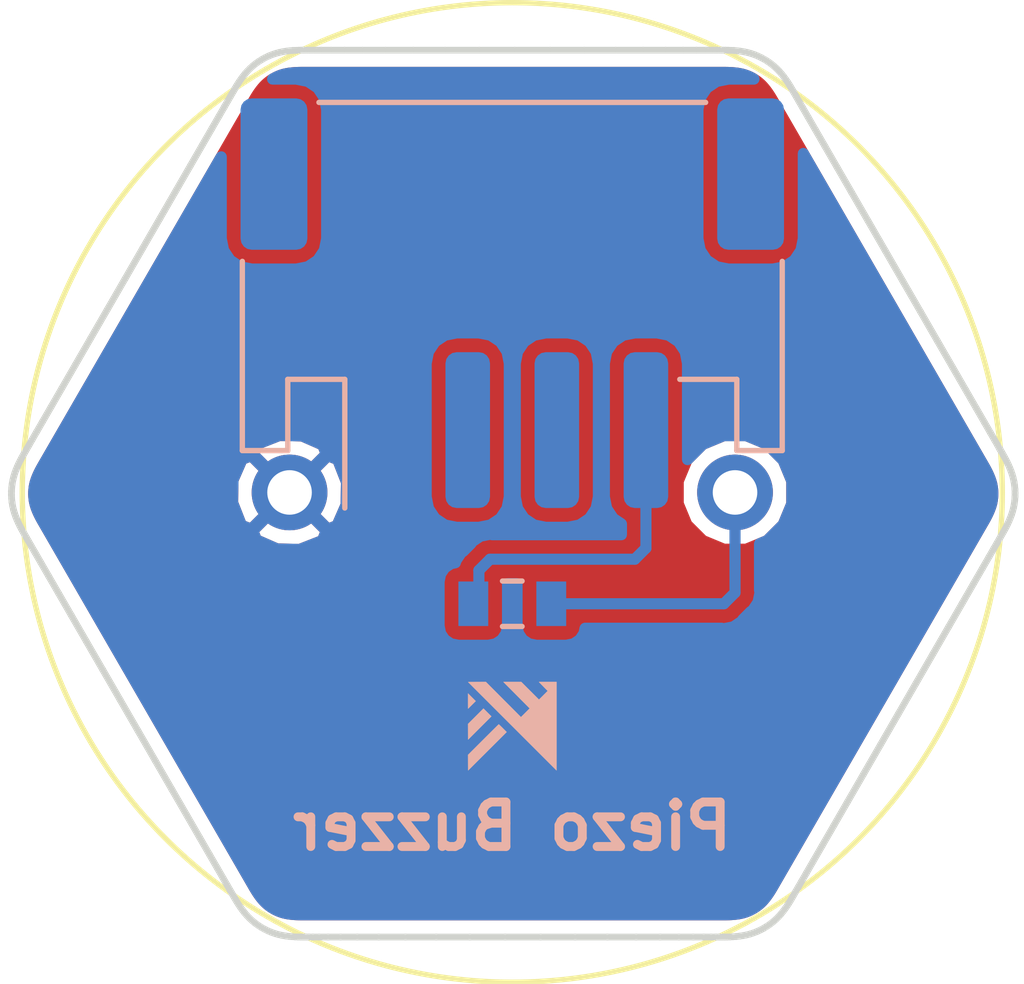
<source format=kicad_pcb>
(kicad_pcb (version 20171130) (host pcbnew 5.0.2-5.fc29)

  (general
    (thickness 1.6)
    (drawings 320)
    (tracks 12)
    (zones 0)
    (modules 4)
    (nets 6)
  )

  (page A4)
  (layers
    (0 F.Cu signal)
    (31 B.Cu signal)
    (32 B.Adhes user)
    (33 F.Adhes user)
    (34 B.Paste user)
    (35 F.Paste user)
    (36 B.SilkS user)
    (37 F.SilkS user)
    (38 B.Mask user)
    (39 F.Mask user)
    (40 Dwgs.User user)
    (41 Cmts.User user)
    (42 Eco1.User user)
    (43 Eco2.User user)
    (44 Edge.Cuts user)
    (45 Margin user)
    (46 B.CrtYd user)
    (47 F.CrtYd user)
    (48 B.Fab user hide)
    (49 F.Fab user hide)
  )

  (setup
    (last_trace_width 0.25)
    (user_trace_width 0.2)
    (user_trace_width 0.25)
    (user_trace_width 0.3)
    (user_trace_width 0.35)
    (user_trace_width 0.4)
    (trace_clearance 0.2)
    (zone_clearance 0.3)
    (zone_45_only no)
    (trace_min 0.2)
    (segment_width 0.2)
    (edge_width 0.15)
    (via_size 0.6)
    (via_drill 0.3)
    (via_min_size 0.6)
    (via_min_drill 0.3)
    (user_via 0.6 0.3)
    (uvia_size 0.3)
    (uvia_drill 0.1)
    (uvias_allowed no)
    (uvia_min_size 0.2)
    (uvia_min_drill 0.1)
    (pcb_text_width 0.3)
    (pcb_text_size 1.5 1.5)
    (mod_edge_width 0.15)
    (mod_text_size 1 1)
    (mod_text_width 0.15)
    (pad_size 1.524 1.524)
    (pad_drill 0.762)
    (pad_to_mask_clearance 0.2)
    (solder_mask_min_width 0.25)
    (aux_axis_origin 0 0)
    (visible_elements 7FFFFFFF)
    (pcbplotparams
      (layerselection 0x010fc_ffffffff)
      (usegerberextensions false)
      (usegerberattributes false)
      (usegerberadvancedattributes false)
      (creategerberjobfile false)
      (excludeedgelayer true)
      (linewidth 0.100000)
      (plotframeref false)
      (viasonmask false)
      (mode 1)
      (useauxorigin false)
      (hpglpennumber 1)
      (hpglpenspeed 20)
      (hpglpendiameter 15.000000)
      (psnegative false)
      (psa4output false)
      (plotreference true)
      (plotvalue true)
      (plotinvisibletext false)
      (padsonsilk false)
      (subtractmaskfromsilk false)
      (outputformat 1)
      (mirror false)
      (drillshape 1)
      (scaleselection 1)
      (outputdirectory ""))
  )

  (net 0 "")
  (net 1 "Net-(BZ1-Pad1)")
  (net 2 "Net-(BZ1-Pad2)")
  (net 3 "Net-(J1-Pad2)")
  (net 4 "Net-(J1-Pad3)")
  (net 5 "Net-(J1-Pad4)")

  (net_class Default "This is the default net class."
    (clearance 0.2)
    (trace_width 0.25)
    (via_dia 0.6)
    (via_drill 0.3)
    (uvia_dia 0.3)
    (uvia_drill 0.1)
    (add_net "Net-(BZ1-Pad1)")
    (add_net "Net-(BZ1-Pad2)")
    (add_net "Net-(J1-Pad2)")
    (add_net "Net-(J1-Pad3)")
    (add_net "Net-(J1-Pad4)")
  )

  (module Connector_JST:JST_PH_S4B-PH-SM4-TB_1x04-1MP_P2.00mm_Horizontal (layer B.Cu) (tedit 5C72D3C2) (tstamp 5C73303B)
    (at 131.5 95.75)
    (descr "JST PH series connector, S4B-PH-SM4-TB (http://www.jst-mfg.com/product/pdf/eng/ePH.pdf), generated with kicad-footprint-generator")
    (tags "connector JST PH top entry")
    (path /5AC8C68E)
    (attr smd)
    (fp_text reference J1 (at 0 5.8) (layer B.SilkS) hide
      (effects (font (size 1 1) (thickness 0.15)) (justify mirror))
    )
    (fp_text value Conn_01x04 (at 0 -5.8) (layer B.Fab)
      (effects (font (size 1 1) (thickness 0.15)) (justify mirror))
    )
    (fp_line (start -5.95 3.2) (end -5.15 3.2) (layer B.Fab) (width 0.1))
    (fp_line (start -5.15 3.2) (end -5.15 1.6) (layer B.Fab) (width 0.1))
    (fp_line (start -5.15 1.6) (end 5.15 1.6) (layer B.Fab) (width 0.1))
    (fp_line (start 5.15 1.6) (end 5.15 3.2) (layer B.Fab) (width 0.1))
    (fp_line (start 5.15 3.2) (end 5.95 3.2) (layer B.Fab) (width 0.1))
    (fp_line (start -6.06 -0.94) (end -6.06 3.31) (layer B.SilkS) (width 0.12))
    (fp_line (start -6.06 3.31) (end -5.04 3.31) (layer B.SilkS) (width 0.12))
    (fp_line (start -5.04 3.31) (end -5.04 1.71) (layer B.SilkS) (width 0.12))
    (fp_line (start -5.04 1.71) (end -3.76 1.71) (layer B.SilkS) (width 0.12))
    (fp_line (start -3.76 1.71) (end -3.76 4.6) (layer B.SilkS) (width 0.12))
    (fp_line (start 6.06 -0.94) (end 6.06 3.31) (layer B.SilkS) (width 0.12))
    (fp_line (start 6.06 3.31) (end 5.04 3.31) (layer B.SilkS) (width 0.12))
    (fp_line (start 5.04 3.31) (end 5.04 1.71) (layer B.SilkS) (width 0.12))
    (fp_line (start 5.04 1.71) (end 3.76 1.71) (layer B.SilkS) (width 0.12))
    (fp_line (start -4.34 -4.51) (end 4.34 -4.51) (layer B.SilkS) (width 0.12))
    (fp_line (start -5.95 -4.4) (end 5.95 -4.4) (layer B.Fab) (width 0.1))
    (fp_line (start -5.95 3.2) (end -5.95 -4.4) (layer B.Fab) (width 0.1))
    (fp_line (start 5.95 3.2) (end 5.95 -4.4) (layer B.Fab) (width 0.1))
    (fp_line (start -6.6 5.1) (end -6.6 -5.1) (layer B.CrtYd) (width 0.05))
    (fp_line (start -6.6 -5.1) (end 6.6 -5.1) (layer B.CrtYd) (width 0.05))
    (fp_line (start 6.6 -5.1) (end 6.6 5.1) (layer B.CrtYd) (width 0.05))
    (fp_line (start 6.6 5.1) (end -6.6 5.1) (layer B.CrtYd) (width 0.05))
    (fp_line (start -3.5 1.6) (end -3 0.892893) (layer B.Fab) (width 0.1))
    (fp_line (start -3 0.892893) (end -2.5 1.6) (layer B.Fab) (width 0.1))
    (fp_text user %R (at 0 -1.5) (layer B.Fab)
      (effects (font (size 1 1) (thickness 0.15)) (justify mirror))
    )
    (pad 1 smd roundrect (at -3 2.85) (size 1 3.5) (layers B.Cu B.Paste B.Mask) (roundrect_rratio 0.25)
      (net 2 "Net-(BZ1-Pad2)"))
    (pad 2 smd roundrect (at -1 2.85) (size 1 3.5) (layers B.Cu B.Paste B.Mask) (roundrect_rratio 0.25)
      (net 3 "Net-(J1-Pad2)"))
    (pad 3 smd roundrect (at 1 2.85) (size 1 3.5) (layers B.Cu B.Paste B.Mask) (roundrect_rratio 0.25)
      (net 4 "Net-(J1-Pad3)"))
    (pad 4 smd roundrect (at 3 2.85) (size 1 3.5) (layers B.Cu B.Paste B.Mask) (roundrect_rratio 0.25)
      (net 5 "Net-(J1-Pad4)"))
    (pad MP smd roundrect (at -5.35 -2.9) (size 1.5 3.4) (layers B.Cu B.Paste B.Mask) (roundrect_rratio 0.166667))
    (pad MP smd roundrect (at 5.35 -2.9) (size 1.5 3.4) (layers B.Cu B.Paste B.Mask) (roundrect_rratio 0.166667))
    (model ${KISYS3DMOD}/Connector_JST.3dshapes/JST_PH_S4B-PH-SM4-TB_1x04-1MP_P2.00mm_Horizontal.wrl
      (at (xyz 0 0 0))
      (scale (xyz 1 1 1))
      (rotate (xyz 0 0 0))
    )
  )

  (module GiraffeTech-Murata:PKM22EPPH2002-B0 (layer F.Cu) (tedit 5AC75AF7) (tstamp 5AC75DD0)
    (at 131.5 100 180)
    (path /5AC8C8C4)
    (fp_text reference BZ1 (at 0 12.5 180) (layer F.SilkS) hide
      (effects (font (size 1 1) (thickness 0.15)))
    )
    (fp_text value Buzzer (at 0 -12 180) (layer F.Fab)
      (effects (font (size 1 1) (thickness 0.15)))
    )
    (fp_circle (center 0 0) (end 11 0) (layer F.SilkS) (width 0.12))
    (fp_circle (center 0 0) (end 11 0) (layer F.Fab) (width 0.1))
    (fp_circle (center 0 0) (end 11 0.5) (layer F.CrtYd) (width 0.05))
    (fp_text user %R (at 0 0 180) (layer F.Fab)
      (effects (font (size 1 1) (thickness 0.15)))
    )
    (pad 1 thru_hole circle (at -5 0 180) (size 1.7 1.7) (drill 1) (layers *.Cu *.Mask)
      (net 1 "Net-(BZ1-Pad1)"))
    (pad 2 thru_hole circle (at 5 0 180) (size 1.7 1.7) (drill 1) (layers *.Cu *.Mask)
      (net 2 "Net-(BZ1-Pad2)"))
  )

  (module Resistor_SMD:R_0603_1608Metric (layer B.Cu) (tedit 5AC75AF9) (tstamp 5AC75E12)
    (at 131.5 102.5 180)
    (descr "Resistor SMD 0603 (1608 Metric), square (rectangular) end terminal, IPC_7351 nominal, (Body size source: http://www.tortai-tech.com/upload/download/2011102023233369053.pdf), generated with kicad-footprint-generator")
    (tags resistor)
    (path /5AC8C93F)
    (attr smd)
    (fp_text reference R1 (at 0 1.65 180) (layer B.SilkS) hide
      (effects (font (size 1 1) (thickness 0.15)) (justify mirror))
    )
    (fp_text value 1K (at 0 -1.65 180) (layer B.Fab)
      (effects (font (size 1 1) (thickness 0.15)) (justify mirror))
    )
    (fp_line (start -0.8 -0.4) (end -0.8 0.4) (layer B.Fab) (width 0.1))
    (fp_line (start -0.8 0.4) (end 0.8 0.4) (layer B.Fab) (width 0.1))
    (fp_line (start 0.8 0.4) (end 0.8 -0.4) (layer B.Fab) (width 0.1))
    (fp_line (start 0.8 -0.4) (end -0.8 -0.4) (layer B.Fab) (width 0.1))
    (fp_line (start -0.22 0.51) (end 0.22 0.51) (layer B.SilkS) (width 0.12))
    (fp_line (start -0.22 -0.51) (end 0.22 -0.51) (layer B.SilkS) (width 0.12))
    (fp_line (start -1.46 -0.75) (end -1.46 0.75) (layer B.CrtYd) (width 0.05))
    (fp_line (start -1.46 0.75) (end 1.46 0.75) (layer B.CrtYd) (width 0.05))
    (fp_line (start 1.46 0.75) (end 1.46 -0.75) (layer B.CrtYd) (width 0.05))
    (fp_line (start 1.46 -0.75) (end -1.46 -0.75) (layer B.CrtYd) (width 0.05))
    (fp_text user %R (at 0 0 180) (layer B.Fab)
      (effects (font (size 0.5 0.5) (thickness 0.08)) (justify mirror))
    )
    (pad 1 smd rect (at -0.875 0 180) (size 0.67 1) (layers B.Cu B.Paste B.Mask)
      (net 1 "Net-(BZ1-Pad1)"))
    (pad 2 smd rect (at 0.875 0 180) (size 0.67 1) (layers B.Cu B.Paste B.Mask)
      (net 5 "Net-(J1-Pad4)"))
    (model ${KISYS3DMOD}/Resistor_SMD.3dshapes/R_0603_1608Metric.wrl
      (at (xyz 0 0 0))
      (scale (xyz 1 1 1))
      (rotate (xyz 0 0 0))
    )
  )

  (module GiraffeTech-Utility:MakerPlayground_logo_2x2mm (layer B.Cu) (tedit 0) (tstamp 5C733331)
    (at 131.5 105.25 180)
    (fp_text reference G*** (at 0 0 180) (layer B.SilkS) hide
      (effects (font (size 1.524 1.524) (thickness 0.3)) (justify mirror))
    )
    (fp_text value LOGO (at 0.75 0 180) (layer B.SilkS) hide
      (effects (font (size 1.524 1.524) (thickness 0.3)) (justify mirror))
    )
    (fp_poly (pts (xy 0.992188 0.564543) (xy 0.992164 0.528929) (xy 0.992097 0.495895) (xy 0.991991 0.466261)
      (xy 0.991852 0.440843) (xy 0.991684 0.420459) (xy 0.991492 0.405926) (xy 0.991282 0.398062)
      (xy 0.99116 0.396875) (xy 0.988207 0.399571) (xy 0.980351 0.407199) (xy 0.968291 0.419067)
      (xy 0.952725 0.434484) (xy 0.934354 0.452758) (xy 0.913876 0.4732) (xy 0.906847 0.480231)
      (xy 0.823563 0.563586) (xy 0.907875 0.647899) (xy 0.992188 0.732211) (xy 0.992188 0.564543)) (layer B.SilkS) (width 0.01))
    (fp_poly (pts (xy 0.992272 0.049513) (xy 0.991238 -0.124084) (xy 0.990203 -0.297682) (xy 0.731231 -0.038685)
      (xy 0.472259 0.220311) (xy 0.559597 0.307581) (xy 0.646934 0.394851) (xy 0.992272 0.049513)) (layer B.SilkS) (width 0.01))
    (fp_poly (pts (xy 0.306845 0.036934) (xy 0.315366 0.028902) (xy 0.328804 0.015931) (xy 0.346812 -0.001638)
      (xy 0.369045 -0.023463) (xy 0.39516 -0.049204) (xy 0.424812 -0.078521) (xy 0.457655 -0.111071)
      (xy 0.493344 -0.146515) (xy 0.531535 -0.184511) (xy 0.571883 -0.224719) (xy 0.614044 -0.266798)
      (xy 0.649934 -0.302669) (xy 0.992273 -0.645025) (xy 0.990203 -0.990203) (xy 0.559594 -0.560703)
      (xy 0.128984 -0.131202) (xy 0.214278 -0.045757) (xy 0.235683 -0.024442) (xy 0.255382 -0.005068)
      (xy 0.272657 0.011676) (xy 0.28679 0.025103) (xy 0.297063 0.034528) (xy 0.302757 0.039261)
      (xy 0.303583 0.039687) (xy 0.306845 0.036934)) (layer B.SilkS) (width 0.01))
    (fp_poly (pts (xy 0.790777 0.991434) (xy 0.988227 0.990203) (xy -0.992187 -0.990197) (xy -0.992187 0.992187)
      (xy -0.601395 0.992187) (xy -0.646963 0.945555) (xy -0.665935 0.926151) (xy -0.688266 0.903332)
      (xy -0.711752 0.879346) (xy -0.734194 0.856442) (xy -0.745114 0.845303) (xy -0.797697 0.791685)
      (xy -0.698482 0.692529) (xy -0.599266 0.593373) (xy -0.399829 0.79278) (xy -0.200393 0.992187)
      (xy 0.195473 0.992187) (xy -0.099139 0.695955) (xy -0.39375 0.399723) (xy -0.194618 0.200591)
      (xy 0.199355 0.596628) (xy 0.593328 0.992663) (xy 0.790777 0.991434)) (layer B.SilkS) (width 0.01))
  )

  (gr_line (start 141.915511 98.10968) (end 141.678728 97.699558) (layer Edge.Cuts) (width 0.15))
  (gr_line (start 142.232295 98.658369) (end 142.097643 98.425143) (layer Edge.Cuts) (width 0.15))
  (gr_line (start 142.097643 98.425143) (end 141.915511 98.10968) (layer Edge.Cuts) (width 0.15))
  (gr_line (start 142.326637 98.821776) (end 142.232295 98.658369) (layer Edge.Cuts) (width 0.15))
  (gr_line (start 141.678728 97.699558) (end 141.38371 97.188569) (layer Edge.Cuts) (width 0.15))
  (gr_line (start 138.792237 92.699978) (end 138.518724 92.226239) (layer Edge.Cuts) (width 0.15))
  (gr_line (start 138.518724 92.226239) (end 138.303226 91.852982) (layer Edge.Cuts) (width 0.15))
  (gr_line (start 137.875639 91.112376) (end 137.838704 91.048404) (layer Edge.Cuts) (width 0.15))
  (gr_line (start 138.303226 91.852982) (end 138.138896 91.568352) (layer Edge.Cuts) (width 0.15))
  (gr_line (start 137.93283 91.211434) (end 137.875639 91.112376) (layer Edge.Cuts) (width 0.15))
  (gr_line (start 140.271141 95.261531) (end 139.872248 94.570625) (layer Edge.Cuts) (width 0.15))
  (gr_line (start 137.794695 90.972179) (end 137.772729 90.93422) (layer Edge.Cuts) (width 0.15))
  (gr_line (start 137.814299 91.006134) (end 137.794695 90.972179) (layer Edge.Cuts) (width 0.15))
  (gr_line (start 137.838704 91.048404) (end 137.814299 91.006134) (layer Edge.Cuts) (width 0.15))
  (gr_line (start 139.872248 94.570625) (end 139.48324 93.896838) (layer Edge.Cuts) (width 0.15))
  (gr_line (start 138.018006 91.358965) (end 137.93283 91.211434) (layer Edge.Cuts) (width 0.15))
  (gr_line (start 138.138896 91.568352) (end 138.018006 91.358965) (layer Edge.Cuts) (width 0.15))
  (gr_line (start 139.118455 93.26501) (end 138.792237 92.699978) (layer Edge.Cuts) (width 0.15))
  (gr_line (start 139.48324 93.896838) (end 139.118455 93.26501) (layer Edge.Cuts) (width 0.15))
  (gr_line (start 141.041213 96.595342) (end 140.665576 95.944716) (layer Edge.Cuts) (width 0.15))
  (gr_line (start 140.665576 95.944716) (end 140.271141 95.261531) (layer Edge.Cuts) (width 0.15))
  (gr_line (start 141.38371 97.188569) (end 141.041213 96.595342) (layer Edge.Cuts) (width 0.15))
  (gr_line (start 137.746039 90.888982) (end 137.714691 90.837767) (layer Edge.Cuts) (width 0.15))
  (gr_line (start 137.772729 90.93422) (end 137.746039 90.888982) (layer Edge.Cuts) (width 0.15))
  (gr_line (start 136.919059 109.891243) (end 136.996947 109.860674) (layer Edge.Cuts) (width 0.15))
  (gr_line (start 136.760129 109.937656) (end 136.839969 109.916957) (layer Edge.Cuts) (width 0.15))
  (gr_line (start 136.526674 109.974164) (end 136.602283 109.965666) (layer Edge.Cuts) (width 0.15))
  (gr_line (start 136.454874 109.979786) (end 136.526674 109.974164) (layer Edge.Cuts) (width 0.15))
  (gr_line (start 137.288716 109.694321) (end 137.354772 109.642834) (layer Edge.Cuts) (width 0.15))
  (gr_line (start 139.765538 105.666398) (end 140.163173 104.977671) (layer Edge.Cuts) (width 0.15))
  (gr_line (start 139.381662 106.331293) (end 139.765538 105.666398) (layer Edge.Cuts) (width 0.15))
  (gr_line (start 137.073245 109.825473) (end 137.147564 109.785865) (layer Edge.Cuts) (width 0.15))
  (gr_line (start 139.025886 106.947516) (end 139.381662 106.331293) (layer Edge.Cuts) (width 0.15))
  (gr_line (start 137.863981 108.959999) (end 137.914936 108.871744) (layer Edge.Cuts) (width 0.15))
  (gr_line (start 137.53041 109.468951) (end 137.580693 109.407249) (layer Edge.Cuts) (width 0.15))
  (gr_line (start 137.831195 109.016786) (end 137.863981 108.959999) (layer Edge.Cuts) (width 0.15))
  (gr_line (start 136.190639 109.985389) (end 136.229745 109.985389) (layer Edge.Cuts) (width 0.15))
  (gr_line (start 135.796163 109.985389) (end 135.961402 109.985389) (layer Edge.Cuts) (width 0.15))
  (gr_line (start 138.454996 107.936329) (end 138.712552 107.490228) (layer Edge.Cuts) (width 0.15))
  (gr_line (start 137.914936 108.871744) (end 137.991787 108.738634) (layer Edge.Cuts) (width 0.15))
  (gr_line (start 137.580693 109.407249) (end 137.626681 109.345818) (layer Edge.Cuts) (width 0.15))
  (gr_line (start 136.680501 109.953694) (end 136.760129 109.937656) (layer Edge.Cuts) (width 0.15))
  (gr_line (start 137.70543 109.229112) (end 137.738022 109.176511) (layer Edge.Cuts) (width 0.15))
  (gr_line (start 137.626681 109.345818) (end 137.668288 109.285993) (layer Edge.Cuts) (width 0.15))
  (gr_line (start 137.668288 109.285993) (end 137.70543 109.229112) (layer Edge.Cuts) (width 0.15))
  (gr_line (start 136.388083 109.983124) (end 136.454874 109.979786) (layer Edge.Cuts) (width 0.15))
  (gr_line (start 136.071923 109.985389) (end 136.143184 109.985389) (layer Edge.Cuts) (width 0.15))
  (gr_line (start 137.354772 109.642834) (end 137.417298 109.587835) (layer Edge.Cuts) (width 0.15))
  (gr_line (start 136.602283 109.965666) (end 136.680501 109.953694) (layer Edge.Cuts) (width 0.15))
  (gr_line (start 136.229745 109.985389) (end 136.274324 109.985331) (layer Edge.Cuts) (width 0.15))
  (gr_line (start 135.961402 109.985389) (end 136.071923 109.985389) (layer Edge.Cuts) (width 0.15))
  (gr_line (start 137.80885 109.055489) (end 137.831195 109.016786) (layer Edge.Cuts) (width 0.15))
  (gr_line (start 138.254089 108.284312) (end 138.454996 107.936329) (layer Edge.Cuts) (width 0.15))
  (gr_line (start 137.765979 109.129526) (end 137.789217 109.089493) (layer Edge.Cuts) (width 0.15))
  (gr_line (start 137.789217 109.089493) (end 137.80885 109.055489) (layer Edge.Cuts) (width 0.15))
  (gr_line (start 136.3275 109.984774) (end 136.388083 109.983124) (layer Edge.Cuts) (width 0.15))
  (gr_line (start 138.712552 107.490228) (end 139.025886 106.947516) (layer Edge.Cuts) (width 0.15))
  (gr_line (start 138.102262 108.547285) (end 138.254089 108.284312) (layer Edge.Cuts) (width 0.15))
  (gr_line (start 137.417298 109.587835) (end 137.475915 109.529588) (layer Edge.Cuts) (width 0.15))
  (gr_line (start 136.274324 109.985331) (end 136.3275 109.984774) (layer Edge.Cuts) (width 0.15))
  (gr_line (start 136.839969 109.916957) (end 136.919059 109.891243) (layer Edge.Cuts) (width 0.15))
  (gr_line (start 137.991787 108.738634) (end 138.102262 108.547285) (layer Edge.Cuts) (width 0.15))
  (gr_line (start 136.143184 109.985389) (end 136.190639 109.985389) (layer Edge.Cuts) (width 0.15))
  (gr_line (start 137.219517 109.742072) (end 137.288716 109.694321) (layer Edge.Cuts) (width 0.15))
  (gr_line (start 137.738022 109.176511) (end 137.765979 109.129526) (layer Edge.Cuts) (width 0.15))
  (gr_line (start 137.475915 109.529588) (end 137.53041 109.468951) (layer Edge.Cuts) (width 0.15))
  (gr_line (start 137.147564 109.785865) (end 137.219517 109.742072) (layer Edge.Cuts) (width 0.15))
  (gr_line (start 136.996947 109.860674) (end 137.073245 109.825473) (layer Edge.Cuts) (width 0.15))
  (gr_line (start 126.794843 109.985387) (end 126.835222 109.985389) (layer Edge.Cuts) (width 0.15))
  (gr_line (start 126.835222 109.985389) (end 126.876922 109.985389) (layer Edge.Cuts) (width 0.15))
  (gr_line (start 126.689444 109.984188) (end 126.746172 109.985173) (layer Edge.Cuts) (width 0.15))
  (gr_line (start 134.817585 109.985389) (end 135.23971 109.985389) (layer Edge.Cuts) (width 0.15))
  (gr_line (start 134.280081 109.985389) (end 134.817585 109.985389) (layer Edge.Cuts) (width 0.15))
  (gr_line (start 129.100861 109.985389) (end 129.792301 109.985389) (layer Edge.Cuts) (width 0.15))
  (gr_line (start 128.502056 109.985389) (end 129.100861 109.985389) (layer Edge.Cuts) (width 0.15))
  (gr_line (start 132.910768 109.985389) (end 133.635153 109.985389) (layer Edge.Cuts) (width 0.15))
  (gr_line (start 132.135608 109.985389) (end 132.910768 109.985389) (layer Edge.Cuts) (width 0.15))
  (gr_line (start 126.746172 109.985173) (end 126.794843 109.985387) (layer Edge.Cuts) (width 0.15))
  (gr_line (start 128.018859 109.985389) (end 128.502056 109.985389) (layer Edge.Cuts) (width 0.15))
  (gr_line (start 131.338356 109.985389) (end 132.135608 109.985389) (layer Edge.Cuts) (width 0.15))
  (gr_line (start 126.876922 109.985389) (end 126.935325 109.985389) (layer Edge.Cuts) (width 0.15))
  (gr_line (start 126.935325 109.985389) (end 127.025889 109.985389) (layer Edge.Cuts) (width 0.15))
  (gr_line (start 126.482919 109.970653) (end 126.556618 109.977522) (layer Edge.Cuts) (width 0.15))
  (gr_line (start 129.792301 109.985389) (end 130.547693 109.985389) (layer Edge.Cuts) (width 0.15))
  (gr_line (start 127.164068 109.985389) (end 127.365319 109.985389) (layer Edge.Cuts) (width 0.15))
  (gr_line (start 126.405962 109.960633) (end 126.482919 109.970653) (layer Edge.Cuts) (width 0.15))
  (gr_line (start 126.556618 109.977522) (end 126.62586 109.981836) (layer Edge.Cuts) (width 0.15))
  (gr_line (start 130.547693 109.985389) (end 131.338356 109.985389) (layer Edge.Cuts) (width 0.15))
  (gr_line (start 127.025889 109.985389) (end 127.164068 109.985389) (layer Edge.Cuts) (width 0.15))
  (gr_line (start 135.560751 109.985389) (end 135.796163 109.985389) (layer Edge.Cuts) (width 0.15))
  (gr_line (start 135.23971 109.985389) (end 135.560751 109.985389) (layer Edge.Cuts) (width 0.15))
  (gr_line (start 133.635153 109.985389) (end 134.280081 109.985389) (layer Edge.Cuts) (width 0.15))
  (gr_line (start 126.62586 109.981836) (end 126.689444 109.984188) (layer Edge.Cuts) (width 0.15))
  (gr_line (start 127.645097 109.985389) (end 128.018859 109.985389) (layer Edge.Cuts) (width 0.15))
  (gr_line (start 127.365319 109.985389) (end 127.645097 109.985389) (layer Edge.Cuts) (width 0.15))
  (gr_line (start 125.397595 109.31805) (end 125.441579 109.378909) (layer Edge.Cuts) (width 0.15))
  (gr_line (start 125.245557 109.073599) (end 125.266702 109.110188) (layer Edge.Cuts) (width 0.15))
  (gr_line (start 124.193617 107.251586) (end 124.478065 107.744264) (layer Edge.Cuts) (width 0.15))
  (gr_line (start 120.696561 101.194518) (end 120.787902 101.352724) (layer Edge.Cuts) (width 0.15))
  (gr_line (start 126.088914 109.877787) (end 126.1675 109.90576) (layer Edge.Cuts) (width 0.15))
  (gr_line (start 125.724454 109.671115) (end 125.792256 109.720611) (layer Edge.Cuts) (width 0.15))
  (gr_line (start 120.257901 99.972592) (end 120.257252 100.056834) (layer Edge.Cuts) (width 0.15))
  (gr_line (start 125.489897 109.440653) (end 125.542466 109.501945) (layer Edge.Cuts) (width 0.15))
  (gr_line (start 125.659972 109.617986) (end 125.724454 109.671115) (layer Edge.Cuts) (width 0.15))
  (gr_line (start 120.787902 101.352724) (end 120.916418 101.575319) (layer Edge.Cuts) (width 0.15))
  (gr_line (start 124.478065 107.744264) (end 124.704115 108.135793) (layer Edge.Cuts) (width 0.15))
  (gr_line (start 120.332814 99.564732) (end 120.308558 99.642956) (layer Edge.Cuts) (width 0.15))
  (gr_line (start 120.473879 100.805472) (end 120.502107 100.856955) (layer Edge.Cuts) (width 0.15))
  (gr_line (start 120.527276 100.901275) (end 120.548391 100.937882) (layer Edge.Cuts) (width 0.15))
  (gr_line (start 123.096551 105.351415) (end 123.488531 106.030344) (layer Edge.Cuts) (width 0.15))
  (gr_line (start 121.089836 101.875688) (end 121.315886 102.267218) (layer Edge.Cuts) (width 0.15))
  (gr_line (start 122.30542 103.981138) (end 122.6974 104.660067) (layer Edge.Cuts) (width 0.15))
  (gr_line (start 120.284142 100.306787) (end 120.302718 100.387686) (layer Edge.Cuts) (width 0.15))
  (gr_line (start 120.263357 99.888635) (end 120.257901 99.972592) (layer Edge.Cuts) (width 0.15))
  (gr_line (start 125.097389 108.816964) (end 125.159282 108.924166) (layer Edge.Cuts) (width 0.15))
  (gr_line (start 120.27362 99.805411) (end 120.263357 99.888635) (layer Edge.Cuts) (width 0.15))
  (gr_line (start 126.011708 109.845062) (end 126.088914 109.877787) (layer Edge.Cuts) (width 0.15))
  (gr_line (start 126.326947 109.946866) (end 126.405962 109.960633) (layer Edge.Cuts) (width 0.15))
  (gr_line (start 120.548391 100.937882) (end 120.568311 100.972383) (layer Edge.Cuts) (width 0.15))
  (gr_line (start 126.247074 109.92876) (end 126.326947 109.946866) (layer Edge.Cuts) (width 0.15))
  (gr_line (start 126.1675 109.90576) (end 126.247074 109.92876) (layer Edge.Cuts) (width 0.15))
  (gr_line (start 120.443708 100.747568) (end 120.473879 100.805472) (layer Edge.Cuts) (width 0.15))
  (gr_line (start 125.266702 109.110188) (end 125.292499 109.154145) (layer Edge.Cuts) (width 0.15))
  (gr_line (start 125.862991 109.76625) (end 125.936271 109.807809) (layer Edge.Cuts) (width 0.15))
  (gr_line (start 125.225638 109.039098) (end 125.245557 109.073599) (layer Edge.Cuts) (width 0.15))
  (gr_line (start 125.322971 109.204332) (end 125.358031 109.259412) (layer Edge.Cuts) (width 0.15))
  (gr_line (start 125.936271 109.807809) (end 126.011708 109.845062) (layer Edge.Cuts) (width 0.15))
  (gr_line (start 120.325884 100.466572) (end 120.35268 100.542745) (layer Edge.Cuts) (width 0.15))
  (gr_line (start 125.792256 109.720611) (end 125.862991 109.76625) (layer Edge.Cuts) (width 0.15))
  (gr_line (start 120.302718 100.387686) (end 120.325884 100.466572) (layer Edge.Cuts) (width 0.15))
  (gr_line (start 125.5992 109.56145) (end 125.659972 109.617986) (layer Edge.Cuts) (width 0.15))
  (gr_line (start 125.292499 109.154145) (end 125.322971 109.204332) (layer Edge.Cuts) (width 0.15))
  (gr_line (start 125.199456 108.993749) (end 125.225638 109.039098) (layer Edge.Cuts) (width 0.15))
  (gr_line (start 120.270372 100.22438) (end 120.284142 100.306787) (layer Edge.Cuts) (width 0.15))
  (gr_line (start 125.159282 108.924166) (end 125.199456 108.993749) (layer Edge.Cuts) (width 0.15))
  (gr_line (start 121.315886 102.267218) (end 121.600334 102.759896) (layer Edge.Cuts) (width 0.15))
  (gr_line (start 120.261408 100.140913) (end 120.270372 100.22438) (layer Edge.Cuts) (width 0.15))
  (gr_line (start 120.502107 100.856955) (end 120.527276 100.901275) (layer Edge.Cuts) (width 0.15))
  (gr_line (start 124.704115 108.135793) (end 124.877534 108.436163) (layer Edge.Cuts) (width 0.15))
  (gr_line (start 125.006049 108.658758) (end 125.097389 108.816964) (layer Edge.Cuts) (width 0.15))
  (gr_line (start 122.6974 104.660067) (end 123.096551 105.351415) (layer Edge.Cuts) (width 0.15))
  (gr_line (start 120.594494 101.017733) (end 120.634668 101.087316) (layer Edge.Cuts) (width 0.15))
  (gr_line (start 121.600334 102.759896) (end 121.934951 103.339468) (layer Edge.Cuts) (width 0.15))
  (gr_line (start 120.35268 100.542745) (end 120.381993 100.615463) (layer Edge.Cuts) (width 0.15))
  (gr_line (start 120.288689 99.723368) (end 120.27362 99.805411) (layer Edge.Cuts) (width 0.15))
  (gr_line (start 120.568311 100.972383) (end 120.594494 101.017733) (layer Edge.Cuts) (width 0.15))
  (gr_line (start 125.542466 109.501945) (end 125.5992 109.56145) (layer Edge.Cuts) (width 0.15))
  (gr_line (start 121.934951 103.339468) (end 122.30542 103.981138) (layer Edge.Cuts) (width 0.15))
  (gr_line (start 123.488531 106.030344) (end 123.859 106.672014) (layer Edge.Cuts) (width 0.15))
  (gr_line (start 120.381993 100.615463) (end 120.412707 100.683984) (layer Edge.Cuts) (width 0.15))
  (gr_line (start 120.308558 99.642956) (end 120.288689 99.723368) (layer Edge.Cuts) (width 0.15))
  (gr_line (start 124.877534 108.436163) (end 125.006049 108.658758) (layer Edge.Cuts) (width 0.15))
  (gr_line (start 120.634668 101.087316) (end 120.696561 101.194518) (layer Edge.Cuts) (width 0.15))
  (gr_line (start 120.257252 100.056834) (end 120.261408 100.140913) (layer Edge.Cuts) (width 0.15))
  (gr_line (start 120.412707 100.683984) (end 120.443708 100.747568) (layer Edge.Cuts) (width 0.15))
  (gr_line (start 125.441579 109.378909) (end 125.489897 109.440653) (layer Edge.Cuts) (width 0.15))
  (gr_line (start 120.916418 101.575319) (end 121.089836 101.875688) (layer Edge.Cuts) (width 0.15))
  (gr_line (start 125.358031 109.259412) (end 125.397595 109.31805) (layer Edge.Cuts) (width 0.15))
  (gr_line (start 123.859 106.672014) (end 124.193617 107.251586) (layer Edge.Cuts) (width 0.15))
  (gr_line (start 124.916373 91.548751) (end 124.755852 91.826782) (layer Edge.Cuts) (width 0.15))
  (gr_line (start 125.273208 90.930806) (end 125.250869 90.969384) (layer Edge.Cuts) (width 0.15))
  (gr_line (start 120.45199 99.288388) (end 120.421104 99.350508) (layer Edge.Cuts) (width 0.15))
  (gr_line (start 120.718021 98.820517) (end 120.648931 98.940184) (layer Edge.Cuts) (width 0.15))
  (gr_line (start 124.276036 92.657848) (end 123.953571 93.216374) (layer Edge.Cuts) (width 0.15))
  (gr_line (start 125.67705 90.419499) (end 125.615237 90.475135) (layer Edge.Cuts) (width 0.15))
  (gr_line (start 126.427014 90.088519) (end 126.348437 90.101214) (layer Edge.Cuts) (width 0.15))
  (gr_line (start 125.50369 90.594867) (end 125.454214 90.65662) (layer Edge.Cuts) (width 0.15))
  (gr_line (start 126.705502 90.067642) (end 126.643652 90.069566) (layer Edge.Cuts) (width 0.15))
  (gr_line (start 126.806459 90.066816) (end 126.760171 90.066924) (layer Edge.Cuts) (width 0.15))
  (gr_line (start 125.956463 90.233886) (end 125.882562 90.274301) (layer Edge.Cuts) (width 0.15))
  (gr_line (start 123.591378 93.843712) (end 123.203797 94.515022) (layer Edge.Cuts) (width 0.15))
  (gr_line (start 125.454214 90.65662) (end 125.40905 90.717849) (layer Edge.Cuts) (width 0.15))
  (gr_line (start 125.300278 90.885034) (end 125.273208 90.930806) (layer Edge.Cuts) (width 0.15))
  (gr_line (start 125.557392 90.533927) (end 125.50369 90.594867) (layer Edge.Cuts) (width 0.15))
  (gr_line (start 126.110033 90.166375) (end 126.032416 90.197836) (layer Edge.Cuts) (width 0.15))
  (gr_line (start 122.409838 95.890202) (end 122.032141 96.544393) (layer Edge.Cuts) (width 0.15))
  (gr_line (start 125.331997 90.833393) (end 125.300278 90.885034) (layer Edge.Cuts) (width 0.15))
  (gr_line (start 120.360401 99.489421) (end 120.332814 99.564732) (layer Edge.Cuts) (width 0.15))
  (gr_line (start 126.032416 90.197836) (end 125.956463 90.233886) (layer Edge.Cuts) (width 0.15))
  (gr_line (start 121.68642 97.1432) (end 121.387017 97.661782) (layer Edge.Cuts) (width 0.15))
  (gr_line (start 120.390203 99.417766) (end 120.360401 99.489421) (layer Edge.Cuts) (width 0.15))
  (gr_line (start 123.953571 93.216374) (end 123.591378 93.843712) (layer Edge.Cuts) (width 0.15))
  (gr_line (start 122.032141 96.544393) (end 121.68642 97.1432) (layer Edge.Cuts) (width 0.15))
  (gr_line (start 125.250869 90.969384) (end 125.231316 91.00325) (layer Edge.Cuts) (width 0.15))
  (gr_line (start 125.171959 91.106061) (end 125.116698 91.201776) (layer Edge.Cuts) (width 0.15))
  (gr_line (start 126.845724 90.066816) (end 126.806459 90.066816) (layer Edge.Cuts) (width 0.15))
  (gr_line (start 120.421104 99.350508) (end 120.390203 99.417766) (layer Edge.Cuts) (width 0.15))
  (gr_line (start 125.742467 90.367332) (end 125.67705 90.419499) (layer Edge.Cuts) (width 0.15))
  (gr_line (start 120.574447 99.069193) (end 120.553597 99.105305) (layer Edge.Cuts) (width 0.15))
  (gr_line (start 120.481747 99.232149) (end 120.45199 99.288388) (layer Edge.Cuts) (width 0.15))
  (gr_line (start 120.509258 99.18253) (end 120.481747 99.232149) (layer Edge.Cuts) (width 0.15))
  (gr_line (start 120.958537 98.403933) (end 120.818647 98.646229) (layer Edge.Cuts) (width 0.15))
  (gr_line (start 126.575822 90.07329) (end 126.503209 90.07941) (layer Edge.Cuts) (width 0.15))
  (gr_line (start 120.818647 98.646229) (end 120.718021 98.820517) (layer Edge.Cuts) (width 0.15))
  (gr_line (start 121.145418 98.080244) (end 120.958537 98.403933) (layer Edge.Cuts) (width 0.15))
  (gr_line (start 126.760171 90.066924) (end 126.705502 90.067642) (layer Edge.Cuts) (width 0.15))
  (gr_line (start 123.203797 94.515022) (end 122.80517 95.205465) (layer Edge.Cuts) (width 0.15))
  (gr_line (start 125.207589 91.044348) (end 125.171959 91.106061) (layer Edge.Cuts) (width 0.15))
  (gr_line (start 120.648931 98.940184) (end 120.603649 99.018614) (layer Edge.Cuts) (width 0.15))
  (gr_line (start 125.40905 90.717849) (end 125.368283 90.777219) (layer Edge.Cuts) (width 0.15))
  (gr_line (start 125.882562 90.274301) (end 125.811101 90.318858) (layer Edge.Cuts) (width 0.15))
  (gr_line (start 126.643652 90.069566) (end 126.575822 90.07329) (layer Edge.Cuts) (width 0.15))
  (gr_line (start 125.116698 91.201776) (end 125.034079 91.344878) (layer Edge.Cuts) (width 0.15))
  (gr_line (start 124.755852 91.826782) (end 124.544789 92.192354) (layer Edge.Cuts) (width 0.15))
  (gr_line (start 122.80517 95.205465) (end 122.409838 95.890202) (layer Edge.Cuts) (width 0.15))
  (gr_line (start 125.811101 90.318858) (end 125.742467 90.367332) (layer Edge.Cuts) (width 0.15))
  (gr_line (start 125.231316 91.00325) (end 125.207589 91.044348) (layer Edge.Cuts) (width 0.15))
  (gr_line (start 126.188926 90.139727) (end 126.110033 90.166375) (layer Edge.Cuts) (width 0.15))
  (gr_line (start 125.368283 90.777219) (end 125.331997 90.833393) (layer Edge.Cuts) (width 0.15))
  (gr_line (start 126.268678 90.118088) (end 126.188926 90.139727) (layer Edge.Cuts) (width 0.15))
  (gr_line (start 120.533409 99.140274) (end 120.509258 99.18253) (layer Edge.Cuts) (width 0.15))
  (gr_line (start 120.553597 99.105305) (end 120.533409 99.140274) (layer Edge.Cuts) (width 0.15))
  (gr_line (start 120.603649 99.018614) (end 120.574447 99.069193) (layer Edge.Cuts) (width 0.15))
  (gr_line (start 121.387017 97.661782) (end 121.145418 98.080244) (layer Edge.Cuts) (width 0.15))
  (gr_line (start 125.034079 91.344878) (end 124.916373 91.548751) (layer Edge.Cuts) (width 0.15))
  (gr_line (start 126.890414 90.066816) (end 126.845724 90.066816) (layer Edge.Cuts) (width 0.15))
  (gr_line (start 126.348437 90.101214) (end 126.268678 90.118088) (layer Edge.Cuts) (width 0.15))
  (gr_line (start 126.955985 90.066816) (end 126.890414 90.066816) (layer Edge.Cuts) (width 0.15))
  (gr_line (start 124.544789 92.192354) (end 124.276036 92.657848) (layer Edge.Cuts) (width 0.15))
  (gr_line (start 125.615237 90.475135) (end 125.557392 90.533927) (layer Edge.Cuts) (width 0.15))
  (gr_line (start 126.503209 90.07941) (end 126.427014 90.088519) (layer Edge.Cuts) (width 0.15))
  (gr_line (start 136.343193 90.067745) (end 136.287897 90.066951) (layer Edge.Cuts) (width 0.15))
  (gr_line (start 137.017741 90.200591) (end 136.940245 90.168749) (layer Edge.Cuts) (width 0.15))
  (gr_line (start 127.211595 90.066816) (end 127.057894 90.066816) (layer Edge.Cuts) (width 0.15))
  (gr_line (start 129.991352 90.066816) (end 129.279799 90.066816) (layer Edge.Cuts) (width 0.15))
  (gr_line (start 130.759105 90.066816) (end 129.991352 90.066816) (layer Edge.Cuts) (width 0.15))
  (gr_line (start 137.306895 90.371427) (end 137.238508 90.322645) (layer Edge.Cuts) (width 0.15))
  (gr_line (start 133.112752 90.066816) (end 132.348487 90.066816) (layer Edge.Cuts) (width 0.15))
  (gr_line (start 136.094409 90.066816) (end 135.996023 90.066816) (layer Edge.Cuts) (width 0.15))
  (gr_line (start 136.623216 90.089407) (end 136.546783 90.080029) (layer Edge.Cuts) (width 0.15))
  (gr_line (start 137.714691 90.837767) (end 137.67877 90.781911) (layer Edge.Cuts) (width 0.15))
  (gr_line (start 134.94252 90.066816) (end 134.437021 90.066816) (layer Edge.Cuts) (width 0.15))
  (gr_line (start 135.847096 90.066816) (end 135.632174 90.066816) (layer Edge.Cuts) (width 0.15))
  (gr_line (start 137.59355 90.661622) (end 137.544419 90.599862) (layer Edge.Cuts) (width 0.15))
  (gr_line (start 137.544419 90.599862) (end 137.491054 90.538806) (layer Edge.Cuts) (width 0.15))
  (gr_line (start 135.632174 90.066816) (end 135.335801 90.066816) (layer Edge.Cuts) (width 0.15))
  (gr_line (start 136.201386 90.066816) (end 136.157712 90.066816) (layer Edge.Cuts) (width 0.15))
  (gr_line (start 136.701934 90.102418) (end 136.623216 90.089407) (layer Edge.Cuts) (width 0.15))
  (gr_line (start 134.437021 90.066816) (end 133.818491 90.066816) (layer Edge.Cuts) (width 0.15))
  (gr_line (start 137.093542 90.237003) (end 137.017741 90.200591) (layer Edge.Cuts) (width 0.15))
  (gr_line (start 131.554378 90.066816) (end 130.759105 90.066816) (layer Edge.Cuts) (width 0.15))
  (gr_line (start 136.861441 90.141703) (end 136.781737 90.119657) (layer Edge.Cuts) (width 0.15))
  (gr_line (start 137.43354 90.479791) (end 137.372035 90.423883) (layer Edge.Cuts) (width 0.15))
  (gr_line (start 127.057894 90.066816) (end 126.955985 90.066816) (layer Edge.Cuts) (width 0.15))
  (gr_line (start 136.157712 90.066816) (end 136.094409 90.066816) (layer Edge.Cuts) (width 0.15))
  (gr_line (start 127.432546 90.066816) (end 127.211595 90.066816) (layer Edge.Cuts) (width 0.15))
  (gr_line (start 128.65313 90.066816) (end 128.138017 90.066816) (layer Edge.Cuts) (width 0.15))
  (gr_line (start 136.546783 90.080029) (end 136.473836 90.073689) (layer Edge.Cuts) (width 0.15))
  (gr_line (start 136.405572 90.069793) (end 136.343193 90.067745) (layer Edge.Cuts) (width 0.15))
  (gr_line (start 137.491054 90.538806) (end 137.43354 90.479791) (layer Edge.Cuts) (width 0.15))
  (gr_line (start 137.167261 90.277763) (end 137.093542 90.237003) (layer Edge.Cuts) (width 0.15))
  (gr_line (start 137.372035 90.423883) (end 137.306895 90.371427) (layer Edge.Cuts) (width 0.15))
  (gr_line (start 127.736201 90.066816) (end 127.432546 90.066816) (layer Edge.Cuts) (width 0.15))
  (gr_line (start 128.138017 90.066816) (end 127.736201 90.066816) (layer Edge.Cuts) (width 0.15))
  (gr_line (start 129.279799 90.066816) (end 128.65313 90.066816) (layer Edge.Cuts) (width 0.15))
  (gr_line (start 132.348487 90.066816) (end 131.554378 90.066816) (layer Edge.Cuts) (width 0.15))
  (gr_line (start 135.335801 90.066816) (end 134.94252 90.066816) (layer Edge.Cuts) (width 0.15))
  (gr_line (start 135.996023 90.066816) (end 135.847096 90.066816) (layer Edge.Cuts) (width 0.15))
  (gr_line (start 136.781737 90.119657) (end 136.701934 90.102418) (layer Edge.Cuts) (width 0.15))
  (gr_line (start 136.240885 90.066816) (end 136.201386 90.066816) (layer Edge.Cuts) (width 0.15))
  (gr_line (start 136.940245 90.168749) (end 136.861441 90.141703) (layer Edge.Cuts) (width 0.15))
  (gr_line (start 137.238508 90.322645) (end 137.167261 90.277763) (layer Edge.Cuts) (width 0.15))
  (gr_line (start 137.638362 90.72275) (end 137.59355 90.661622) (layer Edge.Cuts) (width 0.15))
  (gr_line (start 137.67877 90.781911) (end 137.638362 90.72275) (layer Edge.Cuts) (width 0.15))
  (gr_line (start 133.818491 90.066816) (end 133.112752 90.066816) (layer Edge.Cuts) (width 0.15))
  (gr_line (start 136.287897 90.066951) (end 136.240885 90.066816) (layer Edge.Cuts) (width 0.15))
  (gr_line (start 136.473836 90.073689) (end 136.405572 90.069793) (layer Edge.Cuts) (width 0.15))
  (gr_line (start 142.423076 98.988814) (end 142.387841 98.927784) (layer Edge.Cuts) (width 0.15))
  (gr_line (start 142.444852 99.026532) (end 142.444614 99.026119) (layer Edge.Cuts) (width 0.15))
  (gr_line (start 142.444322 99.025613) (end 142.439513 99.017283) (layer Edge.Cuts) (width 0.15))
  (gr_line (start 142.445859 99.028275) (end 142.444852 99.026532) (layer Edge.Cuts) (width 0.15))
  (gr_line (start 142.387841 98.927784) (end 142.326637 98.821776) (layer Edge.Cuts) (width 0.15))
  (gr_line (start 142.439513 99.017283) (end 142.423076 98.988814) (layer Edge.Cuts) (width 0.15))
  (gr_line (start 142.444614 99.026119) (end 142.444322 99.025613) (layer Edge.Cuts) (width 0.15))
  (gr_line (start 142.448192 99.032315) (end 142.445859 99.028275) (layer Edge.Cuts) (width 0.15))
  (gr_line (start 142.486673 100.95324) (end 142.506423 100.919034) (layer Edge.Cuts) (width 0.15))
  (gr_line (start 141.85724 102.043452) (end 142.05388 101.70286) (layer Edge.Cuts) (width 0.15))
  (gr_line (start 142.696548 99.523614) (end 142.667626 99.450188) (layer Edge.Cuts) (width 0.15))
  (gr_line (start 142.779002 100.179365) (end 142.785367 100.095512) (layer Edge.Cuts) (width 0.15))
  (gr_line (start 142.751852 100.344171) (end 142.76783 100.262401) (layer Edge.Cuts) (width 0.15))
  (gr_line (start 140.560227 104.289952) (end 140.942358 103.628078) (layer Edge.Cuts) (width 0.15))
  (gr_line (start 142.481931 99.09075) (end 142.46872 99.067869) (layer Edge.Cuts) (width 0.15))
  (gr_line (start 142.521131 99.158727) (end 142.499256 99.120756) (layer Edge.Cuts) (width 0.15))
  (gr_line (start 142.499256 99.120756) (end 142.481931 99.09075) (layer Edge.Cuts) (width 0.15))
  (gr_line (start 142.546964 99.204458) (end 142.521131 99.158727) (layer Edge.Cuts) (width 0.15))
  (gr_line (start 142.575646 99.257211) (end 142.546964 99.204458) (layer Edge.Cuts) (width 0.15))
  (gr_line (start 142.606059 99.316245) (end 142.575646 99.257211) (layer Edge.Cuts) (width 0.15))
  (gr_line (start 142.667626 99.450188) (end 142.637091 99.380817) (layer Edge.Cuts) (width 0.15))
  (gr_line (start 142.464836 100.991064) (end 142.486673 100.95324) (layer Edge.Cuts) (width 0.15))
  (gr_line (start 142.383991 101.131091) (end 142.433184 101.045885) (layer Edge.Cuts) (width 0.15))
  (gr_line (start 142.731092 100.424221) (end 142.751852 100.344171) (layer Edge.Cuts) (width 0.15))
  (gr_line (start 141.604491 102.481227) (end 141.85724 102.043452) (layer Edge.Cuts) (width 0.15))
  (gr_line (start 142.616949 100.713856) (end 142.647933 100.647512) (layer Edge.Cuts) (width 0.15))
  (gr_line (start 142.647933 100.647512) (end 142.678029 100.57663) (layer Edge.Cuts) (width 0.15))
  (gr_line (start 142.202067 101.446193) (end 142.309527 101.260065) (layer Edge.Cuts) (width 0.15))
  (gr_line (start 142.722743 99.600355) (end 142.696548 99.523614) (layer Edge.Cuts) (width 0.15))
  (gr_line (start 142.745097 99.67967) (end 142.722743 99.600355) (layer Edge.Cuts) (width 0.15))
  (gr_line (start 142.786926 100.01129) (end 142.783678 99.927146) (layer Edge.Cuts) (width 0.15))
  (gr_line (start 142.76783 100.262401) (end 142.779002 100.179365) (layer Edge.Cuts) (width 0.15))
  (gr_line (start 142.506423 100.919034) (end 142.529813 100.878252) (layer Edge.Cuts) (width 0.15))
  (gr_line (start 141.295227 103.01689) (end 141.604491 102.481227) (layer Edge.Cuts) (width 0.15))
  (gr_line (start 140.163173 104.977671) (end 140.560227 104.289952) (layer Edge.Cuts) (width 0.15))
  (gr_line (start 142.452408 99.039617) (end 142.448192 99.032315) (layer Edge.Cuts) (width 0.15))
  (gr_line (start 142.785367 100.095512) (end 142.786926 100.01129) (layer Edge.Cuts) (width 0.15))
  (gr_line (start 142.459065 99.051147) (end 142.452408 99.039617) (layer Edge.Cuts) (width 0.15))
  (gr_line (start 142.762764 99.760888) (end 142.745097 99.67967) (layer Edge.Cuts) (width 0.15))
  (gr_line (start 142.46872 99.067869) (end 142.459065 99.051147) (layer Edge.Cuts) (width 0.15))
  (gr_line (start 142.309527 101.260065) (end 142.383991 101.131091) (layer Edge.Cuts) (width 0.15))
  (gr_line (start 142.637091 99.380817) (end 142.606059 99.316245) (layer Edge.Cuts) (width 0.15))
  (gr_line (start 142.775624 99.84353) (end 142.762764 99.760888) (layer Edge.Cuts) (width 0.15))
  (gr_line (start 142.529813 100.878252) (end 142.556774 100.829968) (layer Edge.Cuts) (width 0.15))
  (gr_line (start 142.70612 100.501952) (end 142.731092 100.424221) (layer Edge.Cuts) (width 0.15))
  (gr_line (start 142.556774 100.829968) (end 142.586191 100.774922) (layer Edge.Cuts) (width 0.15))
  (gr_line (start 142.433184 101.045885) (end 142.464836 100.991064) (layer Edge.Cuts) (width 0.15))
  (gr_line (start 142.678029 100.57663) (end 142.70612 100.501952) (layer Edge.Cuts) (width 0.15))
  (gr_line (start 142.05388 101.70286) (end 142.202067 101.446193) (layer Edge.Cuts) (width 0.15))
  (gr_line (start 140.942358 103.628078) (end 141.295227 103.01689) (layer Edge.Cuts) (width 0.15))
  (gr_line (start 142.783678 99.927146) (end 142.775624 99.84353) (layer Edge.Cuts) (width 0.15))
  (gr_line (start 142.586191 100.774922) (end 142.616949 100.713856) (layer Edge.Cuts) (width 0.15))
  (gr_text "Piezo Buzzer" (at 131.5 107.5) (layer B.SilkS)
    (effects (font (size 1 1) (thickness 0.2)) (justify mirror))
  )

  (segment (start 136.5 102.25) (end 136.5 100) (width 0.25) (layer B.Cu) (net 1))
  (segment (start 132.375 102.5) (end 136.25 102.5) (width 0.25) (layer B.Cu) (net 1))
  (segment (start 136.25 102.5) (end 136.5 102.25) (width 0.25) (layer B.Cu) (net 1))
  (segment (start 127.9 98.6) (end 128.5 98.6) (width 0.25) (layer B.Cu) (net 2))
  (segment (start 126.5 100) (end 127.9 98.6) (width 0.25) (layer B.Cu) (net 2))
  (segment (start 130.625 102.335) (end 130.75 102.21) (width 0.25) (layer B.Cu) (net 5))
  (segment (start 130.625 102.5) (end 130.625 102.335) (width 0.25) (layer B.Cu) (net 5))
  (segment (start 130.75 102.21) (end 130.75 101.75) (width 0.25) (layer B.Cu) (net 5))
  (segment (start 130.75 101.75) (end 131 101.5) (width 0.25) (layer B.Cu) (net 5))
  (segment (start 131 101.5) (end 134.25 101.5) (width 0.25) (layer B.Cu) (net 5))
  (segment (start 134.25 101.5) (end 134.5 101.25) (width 0.25) (layer B.Cu) (net 5))
  (segment (start 134.5 101.25) (end 134.5 98.6) (width 0.25) (layer B.Cu) (net 5))

  (zone (net 2) (net_name "Net-(BZ1-Pad2)") (layer B.Cu) (tstamp 0) (hatch edge 0.508)
    (connect_pads thru_hole_only (clearance 0.3))
    (min_thickness 0.25)
    (fill yes (arc_segments 16) (thermal_gap 0.3) (thermal_bridge_width 0.3))
    (polygon
      (pts
        (xy 120 100) (xy 125.5 90) (xy 137.5 90) (xy 143 100) (xy 137.5 110)
        (xy 125.5 110)
      )
    )
    (filled_polygon
      (pts
        (xy 136.283594 90.56694) (xy 136.331417 90.567627) (xy 136.383123 90.569325) (xy 136.437936 90.572453) (xy 136.494666 90.577384)
        (xy 136.551975 90.584415) (xy 136.608325 90.593729) (xy 136.66221 90.605369) (xy 136.713498 90.619556) (xy 136.763916 90.636859)
        (xy 136.814315 90.657567) (xy 136.864138 90.681501) (xy 136.912834 90.708425) (xy 136.925928 90.716674) (xy 136.35 90.716674)
        (xy 136.088502 90.768689) (xy 135.866816 90.916816) (xy 135.718689 91.138502) (xy 135.666674 91.4) (xy 135.666674 94.3)
        (xy 135.718689 94.561498) (xy 135.866816 94.783184) (xy 136.088502 94.931311) (xy 136.35 94.983326) (xy 137.35 94.983326)
        (xy 137.611498 94.931311) (xy 137.833184 94.783184) (xy 137.981311 94.561498) (xy 138.033326 94.3) (xy 138.033326 92.385503)
        (xy 138.061089 92.43359) (xy 138.06109 92.433593) (xy 138.334602 92.90733) (xy 138.660821 93.472362) (xy 138.660821 93.472363)
        (xy 139.074849 94.189483) (xy 139.463856 94.863269) (xy 139.463858 94.863271) (xy 139.854722 95.54027) (xy 140.207941 96.152067)
        (xy 140.207942 96.152069) (xy 140.583579 96.802694) (xy 140.926076 97.395922) (xy 141.270336 97.992202) (xy 141.270338 97.992204)
        (xy 141.47577 98.348024) (xy 141.687902 98.715449) (xy 141.77466 98.86572) (xy 141.77466 98.865721) (xy 141.918245 99.11442)
        (xy 141.918247 99.114423) (xy 141.954941 99.177977) (xy 141.965444 99.196169) (xy 141.965445 99.196173) (xy 141.982648 99.225969)
        (xy 141.987255 99.233948) (xy 141.987279 99.234019) (xy 142.010913 99.274926) (xy 142.011817 99.276491) (xy 142.036225 99.318847)
        (xy 142.036364 99.319006) (xy 142.050677 99.343796) (xy 142.050679 99.343798) (xy 142.057728 99.356007) (xy 142.066045 99.37041)
        (xy 142.086831 99.406492) (xy 142.109614 99.446824) (xy 142.133722 99.491164) (xy 142.158405 99.539076) (xy 142.182818 99.589875)
        (xy 142.206029 99.642606) (xy 142.227096 99.69609) (xy 142.245171 99.749043) (xy 142.25974 99.800737) (xy 142.27101 99.852546)
        (xy 142.279327 99.905995) (xy 142.284604 99.960783) (xy 142.286748 100.016307) (xy 142.285718 100.071948) (xy 142.281535 100.127061)
        (xy 142.27427 100.181054) (xy 142.264046 100.233373) (xy 142.250689 100.284879) (xy 142.233826 100.33737) (xy 142.213721 100.390818)
        (xy 142.191153 100.443969) (xy 142.167056 100.495567) (xy 142.142362 100.544592) (xy 142.117964 100.590247) (xy 142.094687 100.631932)
        (xy 142.073347 100.669141) (xy 142.045996 100.716516) (xy 142.029045 100.745875) (xy 142.029044 100.745878) (xy 142.024795 100.753238)
        (xy 142.024791 100.753242) (xy 142.005237 100.787112) (xy 141.975553 100.838524) (xy 141.975551 100.83853) (xy 141.945433 100.890697)
        (xy 141.901138 100.967418) (xy 141.901135 100.967421) (xy 141.86867 101.023652) (xy 141.85208 101.052388) (xy 141.749787 101.229566)
        (xy 141.596246 101.495506) (xy 141.596245 101.49551) (xy 141.44885 101.750806) (xy 141.448849 101.750807) (xy 141.196101 102.188581)
        (xy 141.1961 102.188582) (xy 140.886836 102.724245) (xy 140.533968 103.335432) (xy 140.533966 103.335434) (xy 140.151836 103.997307)
        (xy 139.754783 104.685025) (xy 139.754782 104.685026) (xy 139.357147 105.373753) (xy 138.973271 106.038647) (xy 138.973271 106.038648)
        (xy 138.568252 106.740162) (xy 138.568251 106.740166) (xy 138.304162 107.197582) (xy 138.304161 107.197583) (xy 138.046606 107.643683)
        (xy 138.046605 107.643684) (xy 137.845698 107.991667) (xy 137.693871 108.25464) (xy 137.583396 108.445989) (xy 137.480037 108.625012)
        (xy 137.455592 108.667352) (xy 137.45559 108.667354) (xy 137.432894 108.706664) (xy 137.407631 108.750422) (xy 137.373561 108.809432)
        (xy 137.356431 108.839101) (xy 137.334901 108.876193) (xy 137.310637 108.91697) (xy 137.283536 108.960709) (xy 137.253629 109.00651)
        (xy 137.221179 109.053168) (xy 137.186592 109.09937) (xy 137.150451 109.143718) (xy 137.113462 109.184876) (xy 137.075651 109.222448)
        (xy 137.035684 109.257604) (xy 136.992787 109.291039) (xy 136.94733 109.322407) (xy 136.899802 109.351334) (xy 136.850751 109.377476)
        (xy 136.80072 109.400558) (xy 136.750282 109.420354) (xy 136.699795 109.436769) (xy 136.647945 109.450211) (xy 136.593275 109.461222)
        (xy 136.536517 109.46991) (xy 136.479229 109.476349) (xy 136.422858 109.480763) (xy 136.368822 109.483463) (xy 136.318051 109.484846)
        (xy 136.271386 109.485335) (xy 136.229847 109.485389) (xy 126.824976 109.485389) (xy 126.795913 109.485388) (xy 126.751611 109.485193)
        (xy 126.703048 109.484349) (xy 126.650649 109.482411) (xy 126.595373 109.478967) (xy 126.538413 109.473658) (xy 126.481181 109.466207)
        (xy 126.425188 109.456451) (xy 126.371872 109.444365) (xy 126.320889 109.429629) (xy 126.27047 109.411682) (xy 126.220141 109.390349)
        (xy 126.17049 109.36583) (xy 126.122074 109.338372) (xy 126.075429 109.308277) (xy 126.031089 109.275907) (xy 125.98953 109.241666)
        (xy 125.950735 109.205575) (xy 125.913421 109.166439) (xy 125.876738 109.123669) (xy 125.841235 109.0783) (xy 125.807564 109.031711)
        (xy 125.77624 108.985287) (xy 125.747619 108.940321) (xy 125.721833 108.897854) (xy 125.698793 108.858594) (xy 125.678094 108.822777)
        (xy 125.63403 108.746454) (xy 125.634029 108.746452) (xy 125.623426 108.728088) (xy 125.607848 108.701106) (xy 125.553337 108.60669)
        (xy 125.463684 108.451406) (xy 125.463683 108.451403) (xy 125.335169 108.228811) (xy 125.335168 108.228808) (xy 125.161748 107.928438)
        (xy 124.935701 107.536913) (xy 124.935699 107.536909) (xy 124.651252 107.044234) (xy 124.651251 107.044231) (xy 124.316635 106.464663)
        (xy 124.316634 106.464659) (xy 123.946166 105.822993) (xy 123.946165 105.822989) (xy 123.504942 105.05877) (xy 123.155035 104.452716)
        (xy 123.155034 104.452712) (xy 122.763055 103.773786) (xy 122.763054 103.773783) (xy 122.392586 103.132117) (xy 122.392585 103.132113)
        (xy 122.057969 102.552545) (xy 122.057968 102.552541) (xy 121.773521 102.059866) (xy 121.77352 102.059863) (xy 121.738958 102)
        (xy 129.856674 102) (xy 129.856674 103) (xy 129.889659 103.165827) (xy 129.983592 103.306408) (xy 130.124173 103.400341)
        (xy 130.29 103.433326) (xy 130.96 103.433326) (xy 131.125827 103.400341) (xy 131.266408 103.306408) (xy 131.360341 103.165827)
        (xy 131.393326 103) (xy 131.393326 102.05) (xy 131.606674 102.05) (xy 131.606674 103) (xy 131.639659 103.165827)
        (xy 131.733592 103.306408) (xy 131.874173 103.400341) (xy 132.04 103.433326) (xy 132.71 103.433326) (xy 132.875827 103.400341)
        (xy 133.016408 103.306408) (xy 133.110341 103.165827) (xy 133.13338 103.05) (xy 136.195831 103.05) (xy 136.25 103.060775)
        (xy 136.304169 103.05) (xy 136.30417 103.05) (xy 136.464599 103.018089) (xy 136.646528 102.896528) (xy 136.677216 102.8506)
        (xy 136.850603 102.677214) (xy 136.896528 102.646528) (xy 137.004493 102.484947) (xy 137.018088 102.464601) (xy 137.018088 102.4646)
        (xy 137.018089 102.464599) (xy 137.05 102.30417) (xy 137.05 102.304166) (xy 137.060774 102.250001) (xy 137.05 102.195836)
        (xy 137.05 101.152233) (xy 137.22223 101.080893) (xy 137.580893 100.72223) (xy 137.775 100.253613) (xy 137.775 99.746387)
        (xy 137.580893 99.27777) (xy 137.22223 98.919107) (xy 136.753613 98.725) (xy 136.246387 98.725) (xy 135.77777 98.919107)
        (xy 135.433326 99.263551) (xy 135.433326 97.1) (xy 135.381311 96.838502) (xy 135.233184 96.616816) (xy 135.011498 96.468689)
        (xy 134.75 96.416674) (xy 134.25 96.416674) (xy 133.988502 96.468689) (xy 133.766816 96.616816) (xy 133.618689 96.838502)
        (xy 133.566674 97.1) (xy 133.566674 100.1) (xy 133.618689 100.361498) (xy 133.766816 100.583184) (xy 133.95 100.705585)
        (xy 133.95 100.95) (xy 131.054164 100.95) (xy 130.999999 100.939226) (xy 130.945834 100.95) (xy 130.94583 100.95)
        (xy 130.785401 100.981911) (xy 130.7854 100.981912) (xy 130.785399 100.981912) (xy 130.754319 101.002679) (xy 130.603472 101.103472)
        (xy 130.572787 101.149396) (xy 130.399398 101.322786) (xy 130.353473 101.353472) (xy 130.231912 101.535401) (xy 130.223042 101.579993)
        (xy 130.124173 101.599659) (xy 129.983592 101.693592) (xy 129.889659 101.834173) (xy 129.856674 102) (xy 121.738958 102)
        (xy 121.547471 101.668336) (xy 121.54747 101.668333) (xy 121.365685 101.353472) (xy 121.201955 101.069886) (xy 121.104951 100.901871)
        (xy 121.081693 100.861586) (xy 125.673769 100.861586) (xy 125.756258 101.066205) (xy 126.220892 101.269663) (xy 126.728016 101.279827)
        (xy 127.200428 101.095148) (xy 127.243742 101.066205) (xy 127.326231 100.861586) (xy 126.5 100.035355) (xy 125.673769 100.861586)
        (xy 121.081693 100.861586) (xy 121.043059 100.794671) (xy 121.043058 100.794669) (xy 121.025942 100.765025) (xy 121.025941 100.765021)
        (xy 120.995901 100.712992) (xy 120.980941 100.687082) (xy 120.961234 100.652915) (xy 120.938732 100.613291) (xy 120.914839 100.569714)
        (xy 120.890221 100.522468) (xy 120.865663 100.472099) (xy 120.842157 100.419657) (xy 120.820624 100.366241) (xy 120.801915 100.313057)
        (xy 120.786683 100.261188) (xy 120.779067 100.228016) (xy 125.220173 100.228016) (xy 125.404852 100.700428) (xy 125.433795 100.743742)
        (xy 125.638414 100.826231) (xy 126.464645 100) (xy 126.535355 100) (xy 127.361586 100.826231) (xy 127.566205 100.743742)
        (xy 127.769663 100.279108) (xy 127.779827 99.771984) (xy 127.595148 99.299572) (xy 127.566205 99.256258) (xy 127.361586 99.173769)
        (xy 126.535355 100) (xy 126.464645 100) (xy 125.638414 99.173769) (xy 125.433795 99.256258) (xy 125.230337 99.720892)
        (xy 125.220173 100.228016) (xy 120.779067 100.228016) (xy 120.774826 100.20955) (xy 120.765948 100.156422) (xy 120.760087 100.101851)
        (xy 120.757347 100.046402) (xy 120.757775 99.990748) (xy 120.761366 99.935488) (xy 120.768057 99.881233) (xy 120.777725 99.828594)
        (xy 120.790454 99.777079) (xy 120.80664 99.724879) (xy 120.826196 99.671494) (xy 120.848355 99.618215) (xy 120.872245 99.566217)
        (xy 120.896897 99.516636) (xy 120.921399 99.470329) (xy 120.944986 99.427787) (xy 120.966947 99.389362) (xy 120.982837 99.361839)
        (xy 121.008942 99.316624) (xy 121.032078 99.276554) (xy 121.032079 99.276551) (xy 121.106564 99.14754) (xy 121.106565 99.147538)
        (xy 121.111832 99.138414) (xy 125.673769 99.138414) (xy 126.5 99.964645) (xy 127.326231 99.138414) (xy 127.243742 98.933795)
        (xy 126.779108 98.730337) (xy 126.271984 98.720173) (xy 125.799572 98.904852) (xy 125.756258 98.933795) (xy 125.673769 99.138414)
        (xy 121.111832 99.138414) (xy 121.143557 99.083467) (xy 121.259074 98.883386) (xy 121.41617 98.611289) (xy 121.416171 98.611285)
        (xy 121.603052 98.287598) (xy 121.844651 97.869137) (xy 121.844652 97.869134) (xy 122.144054 97.350554) (xy 122.144054 97.350553)
        (xy 122.28871 97.1) (xy 129.566674 97.1) (xy 129.566674 100.1) (xy 129.618689 100.361498) (xy 129.766816 100.583184)
        (xy 129.988502 100.731311) (xy 130.25 100.783326) (xy 130.75 100.783326) (xy 131.011498 100.731311) (xy 131.233184 100.583184)
        (xy 131.381311 100.361498) (xy 131.433326 100.1) (xy 131.433326 97.1) (xy 131.566674 97.1) (xy 131.566674 100.1)
        (xy 131.618689 100.361498) (xy 131.766816 100.583184) (xy 131.988502 100.731311) (xy 132.25 100.783326) (xy 132.75 100.783326)
        (xy 133.011498 100.731311) (xy 133.233184 100.583184) (xy 133.381311 100.361498) (xy 133.433326 100.1) (xy 133.433326 97.1)
        (xy 133.381311 96.838502) (xy 133.233184 96.616816) (xy 133.011498 96.468689) (xy 132.75 96.416674) (xy 132.25 96.416674)
        (xy 131.988502 96.468689) (xy 131.766816 96.616816) (xy 131.618689 96.838502) (xy 131.566674 97.1) (xy 131.433326 97.1)
        (xy 131.381311 96.838502) (xy 131.233184 96.616816) (xy 131.011498 96.468689) (xy 130.75 96.416674) (xy 130.25 96.416674)
        (xy 129.988502 96.468689) (xy 129.766816 96.616816) (xy 129.618689 96.838502) (xy 129.566674 97.1) (xy 122.28871 97.1)
        (xy 122.489775 96.751747) (xy 122.489775 96.751746) (xy 122.867472 96.097556) (xy 122.867472 96.097555) (xy 123.262804 95.412819)
        (xy 123.262804 95.412818) (xy 123.661431 94.722376) (xy 123.661431 94.722375) (xy 124.049012 94.051067) (xy 124.049013 94.051064)
        (xy 124.411205 93.423729) (xy 124.411206 93.423726) (xy 124.73367 92.865203) (xy 124.733671 92.8652) (xy 124.966674 92.461628)
        (xy 124.966674 94.3) (xy 125.018689 94.561498) (xy 125.166816 94.783184) (xy 125.388502 94.931311) (xy 125.65 94.983326)
        (xy 126.65 94.983326) (xy 126.911498 94.931311) (xy 127.133184 94.783184) (xy 127.281311 94.561498) (xy 127.333326 94.3)
        (xy 127.333326 91.4) (xy 127.281311 91.138502) (xy 127.133184 90.916816) (xy 126.911498 90.768689) (xy 126.65 90.716674)
        (xy 126.118093 90.716674) (xy 126.134998 90.706134) (xy 126.183807 90.679441) (xy 126.233698 90.655761) (xy 126.284093 90.635334)
        (xy 126.334535 90.618296) (xy 126.385979 90.604338) (xy 126.440109 90.592886) (xy 126.496588 90.583761) (xy 126.553893 90.576911)
        (xy 126.610528 90.572137) (xy 126.665116 90.56914) (xy 126.716571 90.567539) (xy 126.764064 90.566916) (xy 126.806754 90.566816)
        (xy 136.24033 90.566816)
      )
    )
  )
  (zone (net 2) (net_name "Net-(BZ1-Pad2)") (layer F.Cu) (tstamp 0) (hatch edge 0.508)
    (connect_pads (clearance 0.3))
    (min_thickness 0.25)
    (fill yes (arc_segments 16) (thermal_gap 0.3) (thermal_bridge_width 0.3))
    (polygon
      (pts
        (xy 120 100) (xy 125.5 90) (xy 137.5 90) (xy 143 100) (xy 137.5 110)
        (xy 125.5 110)
      )
    )
    (filled_polygon
      (pts
        (xy 136.283594 90.56694) (xy 136.331417 90.567627) (xy 136.383123 90.569325) (xy 136.437936 90.572453) (xy 136.494666 90.577384)
        (xy 136.551975 90.584415) (xy 136.608325 90.593729) (xy 136.66221 90.605369) (xy 136.713498 90.619556) (xy 136.763916 90.636859)
        (xy 136.814315 90.657567) (xy 136.864138 90.681501) (xy 136.912834 90.708425) (xy 136.959849 90.738043) (xy 137.00466 90.770007)
        (xy 137.046783 90.803928) (xy 137.086028 90.839601) (xy 137.123507 90.878059) (xy 137.160335 90.920194) (xy 137.196124 90.965183)
        (xy 137.230189 91.011651) (xy 137.261976 91.05819) (xy 137.291143 91.103544) (xy 137.31748 91.146573) (xy 137.341004 91.186444)
        (xy 137.361894 91.222544) (xy 137.381071 91.25576) (xy 137.381072 91.255762) (xy 137.404246 91.295899) (xy 137.429381 91.339433)
        (xy 137.446801 91.369605) (xy 137.475195 91.418785) (xy 137.609614 91.651608) (xy 137.609615 91.65161) (xy 137.730505 91.860997)
        (xy 137.845591 92.060333) (xy 137.845591 92.060334) (xy 138.061089 92.43359) (xy 138.06109 92.433593) (xy 138.334602 92.90733)
        (xy 138.660821 93.472362) (xy 138.660821 93.472363) (xy 139.074849 94.189483) (xy 139.463856 94.863269) (xy 139.463858 94.863271)
        (xy 139.854722 95.54027) (xy 140.207941 96.152067) (xy 140.207942 96.152069) (xy 140.583579 96.802694) (xy 140.926076 97.395922)
        (xy 141.270336 97.992202) (xy 141.270338 97.992204) (xy 141.47577 98.348024) (xy 141.687902 98.715449) (xy 141.77466 98.86572)
        (xy 141.77466 98.865721) (xy 141.918245 99.11442) (xy 141.918247 99.114423) (xy 141.954941 99.177977) (xy 141.965444 99.196169)
        (xy 141.965445 99.196173) (xy 141.982648 99.225969) (xy 141.987255 99.233948) (xy 141.987279 99.234019) (xy 142.010913 99.274926)
        (xy 142.011817 99.276491) (xy 142.036225 99.318847) (xy 142.036364 99.319006) (xy 142.050677 99.343796) (xy 142.050679 99.343798)
        (xy 142.057728 99.356007) (xy 142.066045 99.37041) (xy 142.086831 99.406492) (xy 142.109614 99.446824) (xy 142.133722 99.491164)
        (xy 142.158405 99.539076) (xy 142.182818 99.589875) (xy 142.206029 99.642606) (xy 142.227096 99.69609) (xy 142.245171 99.749043)
        (xy 142.25974 99.800737) (xy 142.27101 99.852546) (xy 142.279327 99.905995) (xy 142.284604 99.960783) (xy 142.286748 100.016307)
        (xy 142.285718 100.071948) (xy 142.281535 100.127061) (xy 142.27427 100.181054) (xy 142.264046 100.233373) (xy 142.250689 100.284879)
        (xy 142.233826 100.33737) (xy 142.213721 100.390818) (xy 142.191153 100.443969) (xy 142.167056 100.495567) (xy 142.142362 100.544592)
        (xy 142.117964 100.590247) (xy 142.094687 100.631932) (xy 142.073347 100.669141) (xy 142.045996 100.716516) (xy 142.029045 100.745875)
        (xy 142.029044 100.745878) (xy 142.024795 100.753238) (xy 142.024791 100.753242) (xy 142.005237 100.787112) (xy 141.975553 100.838524)
        (xy 141.975551 100.83853) (xy 141.945433 100.890697) (xy 141.901138 100.967418) (xy 141.901135 100.967421) (xy 141.86867 101.023652)
        (xy 141.85208 101.052388) (xy 141.749787 101.229566) (xy 141.596246 101.495506) (xy 141.596245 101.49551) (xy 141.44885 101.750806)
        (xy 141.448849 101.750807) (xy 141.196101 102.188581) (xy 141.1961 102.188582) (xy 140.886836 102.724245) (xy 140.533968 103.335432)
        (xy 140.533966 103.335434) (xy 140.151836 103.997307) (xy 139.754783 104.685025) (xy 139.754782 104.685026) (xy 139.357147 105.373753)
        (xy 138.973271 106.038647) (xy 138.973271 106.038648) (xy 138.568252 106.740162) (xy 138.568251 106.740166) (xy 138.304162 107.197582)
        (xy 138.304161 107.197583) (xy 138.046606 107.643683) (xy 138.046605 107.643684) (xy 137.845698 107.991667) (xy 137.693871 108.25464)
        (xy 137.583396 108.445989) (xy 137.480037 108.625012) (xy 137.455592 108.667352) (xy 137.45559 108.667354) (xy 137.432894 108.706664)
        (xy 137.407631 108.750422) (xy 137.373561 108.809432) (xy 137.356431 108.839101) (xy 137.334901 108.876193) (xy 137.310637 108.91697)
        (xy 137.283536 108.960709) (xy 137.253629 109.00651) (xy 137.221179 109.053168) (xy 137.186592 109.09937) (xy 137.150451 109.143718)
        (xy 137.113462 109.184876) (xy 137.075651 109.222448) (xy 137.035684 109.257604) (xy 136.992787 109.291039) (xy 136.94733 109.322407)
        (xy 136.899802 109.351334) (xy 136.850751 109.377476) (xy 136.80072 109.400558) (xy 136.750282 109.420354) (xy 136.699795 109.436769)
        (xy 136.647945 109.450211) (xy 136.593275 109.461222) (xy 136.536517 109.46991) (xy 136.479229 109.476349) (xy 136.422858 109.480763)
        (xy 136.368822 109.483463) (xy 136.318051 109.484846) (xy 136.271386 109.485335) (xy 136.229847 109.485389) (xy 126.824976 109.485389)
        (xy 126.795913 109.485388) (xy 126.751611 109.485193) (xy 126.703048 109.484349) (xy 126.650649 109.482411) (xy 126.595373 109.478967)
        (xy 126.538413 109.473658) (xy 126.481181 109.466207) (xy 126.425188 109.456451) (xy 126.371872 109.444365) (xy 126.320889 109.429629)
        (xy 126.27047 109.411682) (xy 126.220141 109.390349) (xy 126.17049 109.36583) (xy 126.122074 109.338372) (xy 126.075429 109.308277)
        (xy 126.031089 109.275907) (xy 125.98953 109.241666) (xy 125.950735 109.205575) (xy 125.913421 109.166439) (xy 125.876738 109.123669)
        (xy 125.841235 109.0783) (xy 125.807564 109.031711) (xy 125.77624 108.985287) (xy 125.747619 108.940321) (xy 125.721833 108.897854)
        (xy 125.698793 108.858594) (xy 125.678094 108.822777) (xy 125.63403 108.746454) (xy 125.634029 108.746452) (xy 125.623426 108.728088)
        (xy 125.607848 108.701106) (xy 125.553337 108.60669) (xy 125.463684 108.451406) (xy 125.463683 108.451403) (xy 125.335169 108.228811)
        (xy 125.335168 108.228808) (xy 125.161748 107.928438) (xy 124.935701 107.536913) (xy 124.935699 107.536909) (xy 124.651252 107.044234)
        (xy 124.651251 107.044231) (xy 124.316635 106.464663) (xy 124.316634 106.464659) (xy 123.946166 105.822993) (xy 123.946165 105.822989)
        (xy 123.504942 105.05877) (xy 123.155035 104.452716) (xy 123.155034 104.452712) (xy 122.763055 103.773786) (xy 122.763054 103.773783)
        (xy 122.392586 103.132117) (xy 122.392585 103.132113) (xy 122.057969 102.552545) (xy 122.057968 102.552541) (xy 121.773521 102.059866)
        (xy 121.77352 102.059863) (xy 121.547471 101.668336) (xy 121.54747 101.668333) (xy 121.324809 101.282674) (xy 121.201955 101.069886)
        (xy 121.104951 100.901871) (xy 121.081693 100.861586) (xy 125.673769 100.861586) (xy 125.756258 101.066205) (xy 126.220892 101.269663)
        (xy 126.728016 101.279827) (xy 127.200428 101.095148) (xy 127.243742 101.066205) (xy 127.326231 100.861586) (xy 126.5 100.035355)
        (xy 125.673769 100.861586) (xy 121.081693 100.861586) (xy 121.043059 100.794671) (xy 121.043058 100.794669) (xy 121.025942 100.765025)
        (xy 121.025941 100.765021) (xy 120.995901 100.712992) (xy 120.980941 100.687082) (xy 120.961234 100.652915) (xy 120.938732 100.613291)
        (xy 120.914839 100.569714) (xy 120.890221 100.522468) (xy 120.865663 100.472099) (xy 120.842157 100.419657) (xy 120.820624 100.366241)
        (xy 120.801915 100.313057) (xy 120.786683 100.261188) (xy 120.779067 100.228016) (xy 125.220173 100.228016) (xy 125.404852 100.700428)
        (xy 125.433795 100.743742) (xy 125.638414 100.826231) (xy 126.464645 100) (xy 126.535355 100) (xy 127.361586 100.826231)
        (xy 127.566205 100.743742) (xy 127.769663 100.279108) (xy 127.779827 99.771984) (xy 127.769821 99.746387) (xy 135.225 99.746387)
        (xy 135.225 100.253613) (xy 135.419107 100.72223) (xy 135.77777 101.080893) (xy 136.246387 101.275) (xy 136.753613 101.275)
        (xy 137.22223 101.080893) (xy 137.580893 100.72223) (xy 137.775 100.253613) (xy 137.775 99.746387) (xy 137.580893 99.27777)
        (xy 137.22223 98.919107) (xy 136.753613 98.725) (xy 136.246387 98.725) (xy 135.77777 98.919107) (xy 135.419107 99.27777)
        (xy 135.225 99.746387) (xy 127.769821 99.746387) (xy 127.595148 99.299572) (xy 127.566205 99.256258) (xy 127.361586 99.173769)
        (xy 126.535355 100) (xy 126.464645 100) (xy 125.638414 99.173769) (xy 125.433795 99.256258) (xy 125.230337 99.720892)
        (xy 125.220173 100.228016) (xy 120.779067 100.228016) (xy 120.774826 100.20955) (xy 120.765948 100.156422) (xy 120.760087 100.101851)
        (xy 120.757347 100.046402) (xy 120.757775 99.990748) (xy 120.761366 99.935488) (xy 120.768057 99.881233) (xy 120.777725 99.828594)
        (xy 120.790454 99.777079) (xy 120.80664 99.724879) (xy 120.826196 99.671494) (xy 120.848355 99.618215) (xy 120.872245 99.566217)
        (xy 120.896897 99.516636) (xy 120.921399 99.470329) (xy 120.944986 99.427787) (xy 120.966947 99.389362) (xy 120.982837 99.361839)
        (xy 121.008942 99.316624) (xy 121.032078 99.276554) (xy 121.032079 99.276551) (xy 121.106564 99.14754) (xy 121.106565 99.147538)
        (xy 121.111832 99.138414) (xy 125.673769 99.138414) (xy 126.5 99.964645) (xy 127.326231 99.138414) (xy 127.243742 98.933795)
        (xy 126.779108 98.730337) (xy 126.271984 98.720173) (xy 125.799572 98.904852) (xy 125.756258 98.933795) (xy 125.673769 99.138414)
        (xy 121.111832 99.138414) (xy 121.143557 99.083467) (xy 121.259074 98.883386) (xy 121.41617 98.611289) (xy 121.416171 98.611285)
        (xy 121.603052 98.287598) (xy 121.844651 97.869137) (xy 121.844652 97.869134) (xy 122.144054 97.350554) (xy 122.144054 97.350553)
        (xy 122.489775 96.751747) (xy 122.489775 96.751746) (xy 122.867472 96.097556) (xy 122.867472 96.097555) (xy 123.262804 95.412819)
        (xy 123.262804 95.412818) (xy 123.661431 94.722376) (xy 123.661431 94.722375) (xy 124.049012 94.051067) (xy 124.049013 94.051064)
        (xy 124.411205 93.423729) (xy 124.411206 93.423726) (xy 124.73367 92.865203) (xy 124.733671 92.8652) (xy 125.002423 92.399709)
        (xy 125.002424 92.399706) (xy 125.213486 92.034137) (xy 125.213487 92.034134) (xy 125.374007 91.756106) (xy 125.374008 91.756103)
        (xy 125.491713 91.552232) (xy 125.491714 91.552229) (xy 125.574333 91.409128) (xy 125.615983 91.336988) (xy 125.615985 91.336986)
        (xy 125.638042 91.29878) (xy 125.665223 91.251702) (xy 125.665225 91.251696) (xy 125.669486 91.244316) (xy 125.68374 91.219628)
        (xy 125.704756 91.183335) (xy 125.728516 91.14316) (xy 125.755074 91.099921) (xy 125.784449 91.054447) (xy 125.816446 91.007848)
        (xy 125.850668 90.961453) (xy 125.88656 90.916654) (xy 125.92344 90.874803) (xy 125.961012 90.836617) (xy 126.000455 90.801116)
        (xy 126.042814 90.767336) (xy 126.087818 90.735551) (xy 126.134998 90.706134) (xy 126.183807 90.679441) (xy 126.233698 90.655761)
        (xy 126.284093 90.635334) (xy 126.334535 90.618296) (xy 126.385979 90.604338) (xy 126.440109 90.592886) (xy 126.496588 90.583761)
        (xy 126.553893 90.576911) (xy 126.610528 90.572137) (xy 126.665116 90.56914) (xy 126.716571 90.567539) (xy 126.764064 90.566916)
        (xy 126.806754 90.566816) (xy 136.24033 90.566816)
      )
    )
  )
)

</source>
